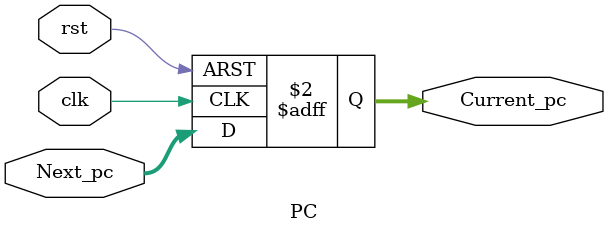
<source format=v>
module PC(input clk, rst, input [31:0] Next_pc,output reg [31:0] Current_pc);

    always @(posedge clk or posedge rst) begin
        if (rst)  Current_pc <=0;
        else  Current_pc<=Next_pc;
    end

endmodule
</source>
